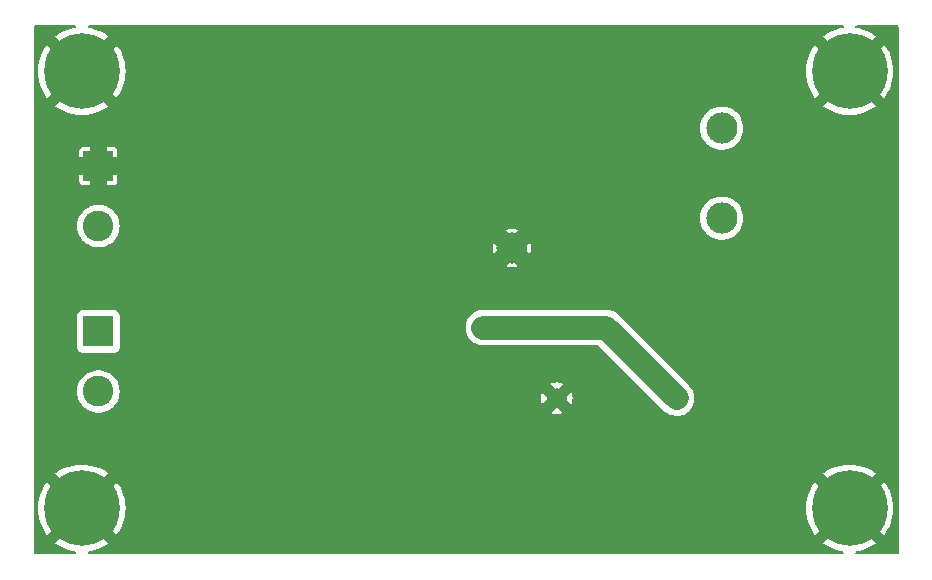
<source format=gbr>
%TF.GenerationSoftware,KiCad,Pcbnew,8.0.4*%
%TF.CreationDate,2025-06-09T12:47:20-04:00*%
%TF.ProjectId,car-battery-reverse-polarity-protection,6361722d-6261-4747-9465-72792d726576,rev?*%
%TF.SameCoordinates,Original*%
%TF.FileFunction,Copper,L2,Bot*%
%TF.FilePolarity,Positive*%
%FSLAX46Y46*%
G04 Gerber Fmt 4.6, Leading zero omitted, Abs format (unit mm)*
G04 Created by KiCad (PCBNEW 8.0.4) date 2025-06-09 12:47:20*
%MOMM*%
%LPD*%
G01*
G04 APERTURE LIST*
%TA.AperFunction,ComponentPad*%
%ADD10C,6.400000*%
%TD*%
%TA.AperFunction,ComponentPad*%
%ADD11C,2.641600*%
%TD*%
%TA.AperFunction,ComponentPad*%
%ADD12C,1.676400*%
%TD*%
%TA.AperFunction,ComponentPad*%
%ADD13R,2.600000X2.600000*%
%TD*%
%TA.AperFunction,ComponentPad*%
%ADD14C,2.600000*%
%TD*%
%TA.AperFunction,ViaPad*%
%ADD15C,1.000000*%
%TD*%
%TA.AperFunction,Conductor*%
%ADD16C,2.000000*%
%TD*%
G04 APERTURE END LIST*
D10*
%TO.P,H5,1,1*%
%TO.N,GND*%
X104000000Y-106300000D03*
%TD*%
D11*
%TO.P,K1,13*%
%TO.N,GND*%
X140398800Y-84274200D03*
%TO.P,K1,14*%
%TO.N,/relay_load_terminal*%
X158178800Y-81734200D03*
D12*
%TO.P,K1,A1*%
%TO.N,/relay_coil*%
X154368800Y-96974200D03*
%TO.P,K1,A2*%
%TO.N,GND*%
X144208800Y-96974200D03*
D11*
%TO.P,K1,NC*%
%TO.N,N/C*%
X158178800Y-74114200D03*
%TD*%
D10*
%TO.P,H1,1,1*%
%TO.N,GND*%
X169000000Y-69300000D03*
%TD*%
D13*
%TO.P,J1,1,Pin_1*%
%TO.N,GND*%
X105400000Y-77320000D03*
D14*
%TO.P,J1,2,Pin_2*%
%TO.N,+BATT*%
X105400000Y-82400000D03*
%TD*%
D10*
%TO.P,H2,1,1*%
%TO.N,GND*%
X169000000Y-106300000D03*
%TD*%
D14*
%TO.P,J2,2,Pin_2*%
%TO.N,/relay_load_terminal*%
X105400000Y-96400000D03*
D13*
%TO.P,J2,1,Pin_1*%
%TO.N,+BATT*%
X105400000Y-91320000D03*
%TD*%
D10*
%TO.P,H3,1,1*%
%TO.N,GND*%
X104000000Y-69300000D03*
%TD*%
D15*
%TO.N,GND*%
X168900000Y-88900000D03*
X158300000Y-69500000D03*
X111700000Y-69500000D03*
X102200000Y-77600000D03*
X123000000Y-88000000D03*
X108500000Y-77500000D03*
X105300000Y-74400000D03*
%TO.N,/relay_coil*%
X138000000Y-91000000D03*
%TD*%
D16*
%TO.N,/relay_coil*%
X148394600Y-91000000D02*
X154368800Y-96974200D01*
X138000000Y-91000000D02*
X148394600Y-91000000D01*
%TD*%
%TA.AperFunction,Conductor*%
%TO.N,GND*%
G36*
X103459868Y-65420185D02*
G01*
X103505623Y-65472989D01*
X103515567Y-65542147D01*
X103486542Y-65605703D01*
X103427764Y-65643477D01*
X103412227Y-65646973D01*
X103229676Y-65675886D01*
X103229669Y-65675887D01*
X102855063Y-65776262D01*
X102493005Y-65915244D01*
X102147456Y-66091310D01*
X101822218Y-66302523D01*
X101760005Y-66352899D01*
X103278835Y-67871728D01*
X103161417Y-67931557D01*
X102957670Y-68079588D01*
X102779588Y-68257670D01*
X102631557Y-68461417D01*
X102571729Y-68578835D01*
X101052899Y-67060005D01*
X101002523Y-67122218D01*
X100791310Y-67447456D01*
X100615244Y-67793005D01*
X100476262Y-68155063D01*
X100375887Y-68529669D01*
X100375886Y-68529676D01*
X100315219Y-68912712D01*
X100294922Y-69299999D01*
X100294922Y-69300000D01*
X100315219Y-69687287D01*
X100375886Y-70070323D01*
X100375887Y-70070330D01*
X100476262Y-70444936D01*
X100615244Y-70806994D01*
X100791310Y-71152543D01*
X101002531Y-71477793D01*
X101052898Y-71539992D01*
X101052900Y-71539993D01*
X102571728Y-70021164D01*
X102631557Y-70138583D01*
X102779588Y-70342330D01*
X102957670Y-70520412D01*
X103161417Y-70668443D01*
X103278835Y-70728270D01*
X101760006Y-72247099D01*
X101760006Y-72247100D01*
X101822206Y-72297468D01*
X102147456Y-72508689D01*
X102493005Y-72684755D01*
X102855063Y-72823737D01*
X103229669Y-72924112D01*
X103229676Y-72924113D01*
X103612712Y-72984780D01*
X103999999Y-73005078D01*
X104000001Y-73005078D01*
X104387287Y-72984780D01*
X104770323Y-72924113D01*
X104770330Y-72924112D01*
X105144936Y-72823737D01*
X105506994Y-72684755D01*
X105852543Y-72508689D01*
X106177783Y-72297476D01*
X106177785Y-72297475D01*
X106239992Y-72247099D01*
X104721164Y-70728271D01*
X104838583Y-70668443D01*
X105042330Y-70520412D01*
X105220412Y-70342330D01*
X105368443Y-70138583D01*
X105428271Y-70021164D01*
X106947099Y-71539992D01*
X106997475Y-71477785D01*
X106997476Y-71477783D01*
X107208689Y-71152543D01*
X107384755Y-70806994D01*
X107523737Y-70444936D01*
X107624112Y-70070330D01*
X107624113Y-70070323D01*
X107684780Y-69687287D01*
X107705078Y-69300000D01*
X107705078Y-69299999D01*
X107684780Y-68912712D01*
X107624113Y-68529676D01*
X107624112Y-68529669D01*
X107523737Y-68155063D01*
X107384755Y-67793005D01*
X107208689Y-67447456D01*
X106997468Y-67122206D01*
X106947100Y-67060006D01*
X106947099Y-67060006D01*
X105428270Y-68578834D01*
X105368443Y-68461417D01*
X105220412Y-68257670D01*
X105042330Y-68079588D01*
X104838583Y-67931557D01*
X104721164Y-67871729D01*
X106239993Y-66352900D01*
X106239992Y-66352898D01*
X106177793Y-66302531D01*
X105852543Y-66091310D01*
X105506994Y-65915244D01*
X105144936Y-65776262D01*
X104770330Y-65675887D01*
X104770323Y-65675886D01*
X104587773Y-65646973D01*
X104524638Y-65617044D01*
X104487707Y-65557732D01*
X104488705Y-65487870D01*
X104527315Y-65429637D01*
X104591278Y-65401523D01*
X104607171Y-65400500D01*
X168392829Y-65400500D01*
X168459868Y-65420185D01*
X168505623Y-65472989D01*
X168515567Y-65542147D01*
X168486542Y-65605703D01*
X168427764Y-65643477D01*
X168412227Y-65646973D01*
X168229676Y-65675886D01*
X168229669Y-65675887D01*
X167855063Y-65776262D01*
X167493005Y-65915244D01*
X167147456Y-66091310D01*
X166822218Y-66302523D01*
X166760005Y-66352899D01*
X168278835Y-67871728D01*
X168161417Y-67931557D01*
X167957670Y-68079588D01*
X167779588Y-68257670D01*
X167631557Y-68461417D01*
X167571729Y-68578835D01*
X166052899Y-67060005D01*
X166002523Y-67122218D01*
X165791310Y-67447456D01*
X165615244Y-67793005D01*
X165476262Y-68155063D01*
X165375887Y-68529669D01*
X165375886Y-68529676D01*
X165315219Y-68912712D01*
X165294922Y-69299999D01*
X165294922Y-69300000D01*
X165315219Y-69687287D01*
X165375886Y-70070323D01*
X165375887Y-70070330D01*
X165476262Y-70444936D01*
X165615244Y-70806994D01*
X165791310Y-71152543D01*
X166002531Y-71477793D01*
X166052898Y-71539992D01*
X166052900Y-71539993D01*
X167571728Y-70021164D01*
X167631557Y-70138583D01*
X167779588Y-70342330D01*
X167957670Y-70520412D01*
X168161417Y-70668443D01*
X168278835Y-70728270D01*
X166760006Y-72247099D01*
X166760006Y-72247100D01*
X166822206Y-72297468D01*
X167147456Y-72508689D01*
X167493005Y-72684755D01*
X167855063Y-72823737D01*
X168229669Y-72924112D01*
X168229676Y-72924113D01*
X168612712Y-72984780D01*
X168999999Y-73005078D01*
X169000001Y-73005078D01*
X169387287Y-72984780D01*
X169770323Y-72924113D01*
X169770330Y-72924112D01*
X170144936Y-72823737D01*
X170506994Y-72684755D01*
X170852543Y-72508689D01*
X171177783Y-72297476D01*
X171177785Y-72297475D01*
X171239992Y-72247099D01*
X169721164Y-70728271D01*
X169838583Y-70668443D01*
X170042330Y-70520412D01*
X170220412Y-70342330D01*
X170368443Y-70138583D01*
X170428271Y-70021164D01*
X171947099Y-71539992D01*
X171997475Y-71477785D01*
X171997476Y-71477783D01*
X172208689Y-71152543D01*
X172384755Y-70806994D01*
X172523737Y-70444936D01*
X172624112Y-70070330D01*
X172624113Y-70070323D01*
X172684780Y-69687287D01*
X172705078Y-69300000D01*
X172705078Y-69299999D01*
X172684780Y-68912712D01*
X172624113Y-68529676D01*
X172624112Y-68529669D01*
X172523737Y-68155063D01*
X172384755Y-67793005D01*
X172208689Y-67447456D01*
X171997468Y-67122206D01*
X171947100Y-67060006D01*
X171947099Y-67060006D01*
X170428270Y-68578834D01*
X170368443Y-68461417D01*
X170220412Y-68257670D01*
X170042330Y-68079588D01*
X169838583Y-67931557D01*
X169721164Y-67871729D01*
X171239993Y-66352900D01*
X171239992Y-66352898D01*
X171177793Y-66302531D01*
X170852543Y-66091310D01*
X170506994Y-65915244D01*
X170144936Y-65776262D01*
X169770330Y-65675887D01*
X169770323Y-65675886D01*
X169587773Y-65646973D01*
X169524638Y-65617044D01*
X169487707Y-65557732D01*
X169488705Y-65487870D01*
X169527315Y-65429637D01*
X169591278Y-65401523D01*
X169607171Y-65400500D01*
X173025500Y-65400500D01*
X173092539Y-65420185D01*
X173138294Y-65472989D01*
X173149500Y-65524500D01*
X173149500Y-110075500D01*
X173129815Y-110142539D01*
X173077011Y-110188294D01*
X173025500Y-110199500D01*
X169607171Y-110199500D01*
X169540132Y-110179815D01*
X169494377Y-110127011D01*
X169484433Y-110057853D01*
X169513458Y-109994297D01*
X169572236Y-109956523D01*
X169587773Y-109953027D01*
X169770323Y-109924113D01*
X169770330Y-109924112D01*
X170144936Y-109823737D01*
X170506994Y-109684755D01*
X170852543Y-109508689D01*
X171177783Y-109297476D01*
X171177785Y-109297475D01*
X171239992Y-109247099D01*
X169721164Y-107728271D01*
X169838583Y-107668443D01*
X170042330Y-107520412D01*
X170220412Y-107342330D01*
X170368443Y-107138583D01*
X170428271Y-107021164D01*
X171947099Y-108539992D01*
X171997475Y-108477785D01*
X171997476Y-108477783D01*
X172208689Y-108152543D01*
X172384755Y-107806994D01*
X172523737Y-107444936D01*
X172624112Y-107070330D01*
X172624113Y-107070323D01*
X172684780Y-106687287D01*
X172705078Y-106300000D01*
X172705078Y-106299999D01*
X172684780Y-105912712D01*
X172624113Y-105529676D01*
X172624112Y-105529669D01*
X172523737Y-105155063D01*
X172384755Y-104793005D01*
X172208689Y-104447456D01*
X171997468Y-104122206D01*
X171947100Y-104060006D01*
X171947099Y-104060006D01*
X170428270Y-105578834D01*
X170368443Y-105461417D01*
X170220412Y-105257670D01*
X170042330Y-105079588D01*
X169838583Y-104931557D01*
X169721164Y-104871729D01*
X171239993Y-103352900D01*
X171239992Y-103352898D01*
X171177793Y-103302531D01*
X170852543Y-103091310D01*
X170506994Y-102915244D01*
X170144936Y-102776262D01*
X169770330Y-102675887D01*
X169770323Y-102675886D01*
X169387287Y-102615219D01*
X169000001Y-102594922D01*
X168999999Y-102594922D01*
X168612712Y-102615219D01*
X168229676Y-102675886D01*
X168229669Y-102675887D01*
X167855063Y-102776262D01*
X167493005Y-102915244D01*
X167147456Y-103091310D01*
X166822218Y-103302523D01*
X166760005Y-103352899D01*
X168278835Y-104871728D01*
X168161417Y-104931557D01*
X167957670Y-105079588D01*
X167779588Y-105257670D01*
X167631557Y-105461417D01*
X167571729Y-105578835D01*
X166052899Y-104060005D01*
X166002523Y-104122218D01*
X165791310Y-104447456D01*
X165615244Y-104793005D01*
X165476262Y-105155063D01*
X165375887Y-105529669D01*
X165375886Y-105529676D01*
X165315219Y-105912712D01*
X165294922Y-106299999D01*
X165294922Y-106300000D01*
X165315219Y-106687287D01*
X165375886Y-107070323D01*
X165375887Y-107070330D01*
X165476262Y-107444936D01*
X165615244Y-107806994D01*
X165791310Y-108152543D01*
X166002531Y-108477793D01*
X166052898Y-108539992D01*
X166052900Y-108539993D01*
X167571728Y-107021164D01*
X167631557Y-107138583D01*
X167779588Y-107342330D01*
X167957670Y-107520412D01*
X168161417Y-107668443D01*
X168278835Y-107728270D01*
X166760006Y-109247099D01*
X166760006Y-109247100D01*
X166822206Y-109297468D01*
X167147456Y-109508689D01*
X167493005Y-109684755D01*
X167855063Y-109823737D01*
X168229669Y-109924112D01*
X168229676Y-109924113D01*
X168412227Y-109953027D01*
X168475362Y-109982956D01*
X168512293Y-110042268D01*
X168511295Y-110112130D01*
X168472685Y-110170363D01*
X168408722Y-110198477D01*
X168392829Y-110199500D01*
X104607171Y-110199500D01*
X104540132Y-110179815D01*
X104494377Y-110127011D01*
X104484433Y-110057853D01*
X104513458Y-109994297D01*
X104572236Y-109956523D01*
X104587773Y-109953027D01*
X104770323Y-109924113D01*
X104770330Y-109924112D01*
X105144936Y-109823737D01*
X105506994Y-109684755D01*
X105852543Y-109508689D01*
X106177783Y-109297476D01*
X106177785Y-109297475D01*
X106239992Y-109247099D01*
X104721164Y-107728271D01*
X104838583Y-107668443D01*
X105042330Y-107520412D01*
X105220412Y-107342330D01*
X105368443Y-107138583D01*
X105428271Y-107021164D01*
X106947099Y-108539992D01*
X106997475Y-108477785D01*
X106997476Y-108477783D01*
X107208689Y-108152543D01*
X107384755Y-107806994D01*
X107523737Y-107444936D01*
X107624112Y-107070330D01*
X107624113Y-107070323D01*
X107684780Y-106687287D01*
X107705078Y-106300000D01*
X107705078Y-106299999D01*
X107684780Y-105912712D01*
X107624113Y-105529676D01*
X107624112Y-105529669D01*
X107523737Y-105155063D01*
X107384755Y-104793005D01*
X107208689Y-104447456D01*
X106997468Y-104122206D01*
X106947100Y-104060006D01*
X106947099Y-104060006D01*
X105428270Y-105578834D01*
X105368443Y-105461417D01*
X105220412Y-105257670D01*
X105042330Y-105079588D01*
X104838583Y-104931557D01*
X104721164Y-104871729D01*
X106239993Y-103352900D01*
X106239992Y-103352898D01*
X106177793Y-103302531D01*
X105852543Y-103091310D01*
X105506994Y-102915244D01*
X105144936Y-102776262D01*
X104770330Y-102675887D01*
X104770323Y-102675886D01*
X104387287Y-102615219D01*
X104000001Y-102594922D01*
X103999999Y-102594922D01*
X103612712Y-102615219D01*
X103229676Y-102675886D01*
X103229669Y-102675887D01*
X102855063Y-102776262D01*
X102493005Y-102915244D01*
X102147456Y-103091310D01*
X101822218Y-103302523D01*
X101760005Y-103352899D01*
X103278835Y-104871728D01*
X103161417Y-104931557D01*
X102957670Y-105079588D01*
X102779588Y-105257670D01*
X102631557Y-105461417D01*
X102571729Y-105578835D01*
X101052899Y-104060005D01*
X101002523Y-104122218D01*
X100791310Y-104447456D01*
X100615244Y-104793005D01*
X100476262Y-105155063D01*
X100375887Y-105529669D01*
X100375886Y-105529676D01*
X100315219Y-105912712D01*
X100294922Y-106299999D01*
X100294922Y-106300000D01*
X100315219Y-106687287D01*
X100375886Y-107070323D01*
X100375887Y-107070330D01*
X100476262Y-107444936D01*
X100615244Y-107806994D01*
X100791310Y-108152543D01*
X101002531Y-108477793D01*
X101052898Y-108539992D01*
X101052900Y-108539993D01*
X102571728Y-107021164D01*
X102631557Y-107138583D01*
X102779588Y-107342330D01*
X102957670Y-107520412D01*
X103161417Y-107668443D01*
X103278835Y-107728270D01*
X101760006Y-109247099D01*
X101760006Y-109247100D01*
X101822206Y-109297468D01*
X102147456Y-109508689D01*
X102493005Y-109684755D01*
X102855063Y-109823737D01*
X103229669Y-109924112D01*
X103229676Y-109924113D01*
X103412227Y-109953027D01*
X103475362Y-109982956D01*
X103512293Y-110042268D01*
X103511295Y-110112130D01*
X103472685Y-110170363D01*
X103408722Y-110198477D01*
X103392829Y-110199500D01*
X100074500Y-110199500D01*
X100007461Y-110179815D01*
X99961706Y-110127011D01*
X99950500Y-110075500D01*
X99950500Y-98206049D01*
X143684056Y-98206049D01*
X143749353Y-98236497D01*
X143749367Y-98236502D01*
X143975531Y-98297102D01*
X143975541Y-98297104D01*
X144208798Y-98317512D01*
X144208802Y-98317512D01*
X144442058Y-98297104D01*
X144442068Y-98297102D01*
X144668232Y-98236502D01*
X144668241Y-98236498D01*
X144733542Y-98206048D01*
X144208801Y-97681307D01*
X144208800Y-97681307D01*
X143684056Y-98206049D01*
X99950500Y-98206049D01*
X99950500Y-96399995D01*
X103594451Y-96399995D01*
X103594451Y-96400004D01*
X103614616Y-96669101D01*
X103666699Y-96897289D01*
X103674666Y-96932195D01*
X103773257Y-97183398D01*
X103908185Y-97417102D01*
X103989118Y-97518588D01*
X104076442Y-97628089D01*
X104219293Y-97760634D01*
X104274259Y-97811635D01*
X104497226Y-97963651D01*
X104740359Y-98080738D01*
X104998228Y-98160280D01*
X104998229Y-98160280D01*
X104998232Y-98160281D01*
X105265063Y-98200499D01*
X105265068Y-98200499D01*
X105265071Y-98200500D01*
X105265072Y-98200500D01*
X105534928Y-98200500D01*
X105534929Y-98200500D01*
X105534936Y-98200499D01*
X105801767Y-98160281D01*
X105801768Y-98160280D01*
X105801772Y-98160280D01*
X106059641Y-98080738D01*
X106302775Y-97963651D01*
X106525741Y-97811635D01*
X106723561Y-97628085D01*
X106891815Y-97417102D01*
X107026743Y-97183398D01*
X107108849Y-96974198D01*
X142865488Y-96974198D01*
X142865488Y-96974201D01*
X142885895Y-97207458D01*
X142885897Y-97207468D01*
X142946498Y-97433637D01*
X142976950Y-97498942D01*
X143501693Y-96974200D01*
X143501693Y-96974199D01*
X143424783Y-96897289D01*
X143624600Y-96897289D01*
X143624600Y-97051111D01*
X143664412Y-97199693D01*
X143741324Y-97332907D01*
X143850093Y-97441676D01*
X143983307Y-97518588D01*
X144131889Y-97558400D01*
X144285711Y-97558400D01*
X144434293Y-97518588D01*
X144567507Y-97441676D01*
X144676276Y-97332907D01*
X144753188Y-97199693D01*
X144793000Y-97051111D01*
X144793000Y-96974199D01*
X144915907Y-96974199D01*
X144915907Y-96974200D01*
X145440648Y-97498941D01*
X145471098Y-97433641D01*
X145471102Y-97433632D01*
X145531702Y-97207468D01*
X145531704Y-97207458D01*
X145552112Y-96974201D01*
X145552112Y-96974198D01*
X145531704Y-96740941D01*
X145531702Y-96740931D01*
X145471102Y-96514767D01*
X145471097Y-96514753D01*
X145440649Y-96449456D01*
X144915907Y-96974199D01*
X144793000Y-96974199D01*
X144793000Y-96897289D01*
X144753188Y-96748707D01*
X144676276Y-96615493D01*
X144567507Y-96506724D01*
X144434293Y-96429812D01*
X144285711Y-96390000D01*
X144131889Y-96390000D01*
X143983307Y-96429812D01*
X143850093Y-96506724D01*
X143741324Y-96615493D01*
X143664412Y-96748707D01*
X143624600Y-96897289D01*
X143424783Y-96897289D01*
X142976950Y-96449456D01*
X142976949Y-96449457D01*
X142946499Y-96514759D01*
X142885897Y-96740931D01*
X142885895Y-96740941D01*
X142865488Y-96974198D01*
X107108849Y-96974198D01*
X107125334Y-96932195D01*
X107185383Y-96669103D01*
X107205549Y-96400000D01*
X107205414Y-96398203D01*
X107185383Y-96130898D01*
X107185383Y-96130897D01*
X107125334Y-95867805D01*
X107076096Y-95742350D01*
X143684056Y-95742350D01*
X144208800Y-96267093D01*
X144208801Y-96267093D01*
X144733542Y-95742350D01*
X144668237Y-95711898D01*
X144442068Y-95651297D01*
X144442058Y-95651295D01*
X144208802Y-95630888D01*
X144208798Y-95630888D01*
X143975541Y-95651295D01*
X143975531Y-95651297D01*
X143749359Y-95711899D01*
X143684057Y-95742349D01*
X143684056Y-95742350D01*
X107076096Y-95742350D01*
X107026743Y-95616602D01*
X106891815Y-95382898D01*
X106723561Y-95171915D01*
X106723560Y-95171914D01*
X106723557Y-95171910D01*
X106525741Y-94988365D01*
X106302775Y-94836349D01*
X106302769Y-94836346D01*
X106302768Y-94836345D01*
X106302767Y-94836344D01*
X106059643Y-94719263D01*
X106059645Y-94719263D01*
X105801773Y-94639720D01*
X105801767Y-94639718D01*
X105534936Y-94599500D01*
X105534929Y-94599500D01*
X105265071Y-94599500D01*
X105265063Y-94599500D01*
X104998232Y-94639718D01*
X104998226Y-94639720D01*
X104740358Y-94719262D01*
X104497230Y-94836346D01*
X104274258Y-94988365D01*
X104076442Y-95171910D01*
X103908185Y-95382898D01*
X103773258Y-95616599D01*
X103773256Y-95616603D01*
X103674666Y-95867804D01*
X103674664Y-95867811D01*
X103614616Y-96130898D01*
X103594451Y-96399995D01*
X99950500Y-96399995D01*
X99950500Y-89972135D01*
X103599500Y-89972135D01*
X103599500Y-92667870D01*
X103599501Y-92667876D01*
X103605908Y-92727483D01*
X103656202Y-92862328D01*
X103656206Y-92862335D01*
X103742452Y-92977544D01*
X103742455Y-92977547D01*
X103857664Y-93063793D01*
X103857671Y-93063797D01*
X103992517Y-93114091D01*
X103992516Y-93114091D01*
X103999444Y-93114835D01*
X104052127Y-93120500D01*
X106747872Y-93120499D01*
X106807483Y-93114091D01*
X106942331Y-93063796D01*
X107057546Y-92977546D01*
X107143796Y-92862331D01*
X107194091Y-92727483D01*
X107200500Y-92667873D01*
X107200499Y-90881902D01*
X136499500Y-90881902D01*
X136499500Y-91118097D01*
X136536446Y-91351368D01*
X136609433Y-91575996D01*
X136716657Y-91786433D01*
X136855483Y-91977510D01*
X137022490Y-92144517D01*
X137213567Y-92283343D01*
X137312991Y-92334002D01*
X137424003Y-92390566D01*
X137424005Y-92390566D01*
X137424008Y-92390568D01*
X137544412Y-92429689D01*
X137648631Y-92463553D01*
X137881903Y-92500500D01*
X137881908Y-92500500D01*
X147721711Y-92500500D01*
X147788750Y-92520185D01*
X147809392Y-92536819D01*
X153391291Y-98118719D01*
X153391296Y-98118723D01*
X153511490Y-98206048D01*
X153582367Y-98257543D01*
X153700063Y-98317512D01*
X153792803Y-98364766D01*
X153792805Y-98364766D01*
X153792808Y-98364768D01*
X153913212Y-98403889D01*
X154017431Y-98437753D01*
X154250703Y-98474700D01*
X154250708Y-98474700D01*
X154486897Y-98474700D01*
X154616490Y-98454173D01*
X154720169Y-98437753D01*
X154944792Y-98364768D01*
X155155234Y-98257543D01*
X155346310Y-98118718D01*
X155513318Y-97951710D01*
X155652143Y-97760634D01*
X155759368Y-97550192D01*
X155832353Y-97325569D01*
X155854870Y-97183400D01*
X155869300Y-97092297D01*
X155869300Y-96856102D01*
X155832353Y-96622831D01*
X155776020Y-96449457D01*
X155759368Y-96398208D01*
X155759366Y-96398205D01*
X155759366Y-96398203D01*
X155720466Y-96321859D01*
X155652143Y-96187767D01*
X155634406Y-96163355D01*
X155513323Y-95996696D01*
X155513319Y-95996691D01*
X149372112Y-89855485D01*
X149372111Y-89855484D01*
X149181034Y-89716657D01*
X148970596Y-89609433D01*
X148745968Y-89536446D01*
X148512697Y-89499500D01*
X148512692Y-89499500D01*
X137881908Y-89499500D01*
X137881903Y-89499500D01*
X137648631Y-89536446D01*
X137424003Y-89609433D01*
X137213566Y-89716657D01*
X137104550Y-89795862D01*
X137022490Y-89855483D01*
X137022488Y-89855485D01*
X137022487Y-89855485D01*
X136855485Y-90022487D01*
X136855485Y-90022488D01*
X136855483Y-90022490D01*
X136795862Y-90104550D01*
X136716657Y-90213566D01*
X136609433Y-90424003D01*
X136536446Y-90648631D01*
X136499500Y-90881902D01*
X107200499Y-90881902D01*
X107200499Y-89972128D01*
X107194091Y-89912517D01*
X107172819Y-89855485D01*
X107143797Y-89777671D01*
X107143793Y-89777664D01*
X107057547Y-89662455D01*
X107057544Y-89662452D01*
X106942335Y-89576206D01*
X106942328Y-89576202D01*
X106807482Y-89525908D01*
X106807483Y-89525908D01*
X106747883Y-89519501D01*
X106747881Y-89519500D01*
X106747873Y-89519500D01*
X106747864Y-89519500D01*
X104052129Y-89519500D01*
X104052123Y-89519501D01*
X103992516Y-89525908D01*
X103857671Y-89576202D01*
X103857664Y-89576206D01*
X103742455Y-89662452D01*
X103742452Y-89662455D01*
X103656206Y-89777664D01*
X103656202Y-89777671D01*
X103605908Y-89912517D01*
X103599501Y-89972116D01*
X103599501Y-89972123D01*
X103599500Y-89972135D01*
X99950500Y-89972135D01*
X99950500Y-84274200D01*
X138772988Y-84274200D01*
X138793003Y-84528529D01*
X138849302Y-84763035D01*
X138849303Y-84763035D01*
X139332000Y-84280339D01*
X139332000Y-84379271D01*
X139372996Y-84585374D01*
X139453414Y-84779519D01*
X139570162Y-84954245D01*
X139718755Y-85102838D01*
X139893481Y-85219586D01*
X140087626Y-85300004D01*
X140293729Y-85341000D01*
X140392660Y-85341000D01*
X139909963Y-85823694D01*
X139909963Y-85823695D01*
X140144472Y-85879996D01*
X140398800Y-85900011D01*
X140653127Y-85879996D01*
X140887635Y-85823695D01*
X140404941Y-85341000D01*
X140503871Y-85341000D01*
X140709974Y-85300004D01*
X140904119Y-85219586D01*
X141078845Y-85102838D01*
X141227438Y-84954245D01*
X141344186Y-84779519D01*
X141424604Y-84585374D01*
X141465600Y-84379271D01*
X141465600Y-84280340D01*
X141948295Y-84763035D01*
X142004596Y-84528527D01*
X142024611Y-84274200D01*
X142004596Y-84019872D01*
X141948295Y-83785363D01*
X141948294Y-83785363D01*
X141465600Y-84268058D01*
X141465600Y-84169129D01*
X141424604Y-83963026D01*
X141344186Y-83768881D01*
X141227438Y-83594155D01*
X141078845Y-83445562D01*
X140904119Y-83328814D01*
X140709974Y-83248396D01*
X140503871Y-83207400D01*
X140404941Y-83207400D01*
X140887635Y-82724703D01*
X140887635Y-82724702D01*
X140653129Y-82668403D01*
X140398800Y-82648388D01*
X140144470Y-82668403D01*
X139909963Y-82724702D01*
X139909963Y-82724703D01*
X140392660Y-83207400D01*
X140293729Y-83207400D01*
X140087626Y-83248396D01*
X139893481Y-83328814D01*
X139718755Y-83445562D01*
X139570162Y-83594155D01*
X139453414Y-83768881D01*
X139372996Y-83963026D01*
X139332000Y-84169129D01*
X139332000Y-84268060D01*
X138849303Y-83785363D01*
X138849302Y-83785363D01*
X138793003Y-84019870D01*
X138772988Y-84274200D01*
X99950500Y-84274200D01*
X99950500Y-82399995D01*
X103594451Y-82399995D01*
X103594451Y-82400004D01*
X103614616Y-82669101D01*
X103674664Y-82932188D01*
X103674666Y-82932195D01*
X103764914Y-83162142D01*
X103773257Y-83183398D01*
X103908185Y-83417102D01*
X104018554Y-83555500D01*
X104076442Y-83628089D01*
X104228181Y-83768881D01*
X104274259Y-83811635D01*
X104497226Y-83963651D01*
X104740359Y-84080738D01*
X104998228Y-84160280D01*
X104998229Y-84160280D01*
X104998232Y-84160281D01*
X105265063Y-84200499D01*
X105265068Y-84200499D01*
X105265071Y-84200500D01*
X105265072Y-84200500D01*
X105534928Y-84200500D01*
X105534929Y-84200500D01*
X105534936Y-84200499D01*
X105801767Y-84160281D01*
X105801768Y-84160280D01*
X105801772Y-84160280D01*
X106059641Y-84080738D01*
X106302775Y-83963651D01*
X106525741Y-83811635D01*
X106723561Y-83628085D01*
X106891815Y-83417102D01*
X107026743Y-83183398D01*
X107125334Y-82932195D01*
X107185383Y-82669103D01*
X107205549Y-82400000D01*
X107185383Y-82130897D01*
X107125334Y-81867805D01*
X107072895Y-81734195D01*
X156352393Y-81734195D01*
X156352393Y-81734204D01*
X156372790Y-82006402D01*
X156372791Y-82006407D01*
X156433531Y-82272529D01*
X156433537Y-82272548D01*
X156533264Y-82526648D01*
X156533263Y-82526648D01*
X156615106Y-82668403D01*
X156669752Y-82763052D01*
X156804634Y-82932188D01*
X156839952Y-82976476D01*
X157028850Y-83151746D01*
X157040054Y-83162142D01*
X157265597Y-83315915D01*
X157265602Y-83315917D01*
X157265603Y-83315918D01*
X157265604Y-83315919D01*
X157396223Y-83378821D01*
X157511535Y-83434352D01*
X157511536Y-83434352D01*
X157511539Y-83434354D01*
X157772386Y-83514815D01*
X158042312Y-83555500D01*
X158042313Y-83555500D01*
X158315287Y-83555500D01*
X158315288Y-83555500D01*
X158585214Y-83514815D01*
X158846061Y-83434354D01*
X159092004Y-83315915D01*
X159317546Y-83162142D01*
X159517651Y-82976472D01*
X159687848Y-82763052D01*
X159824336Y-82526648D01*
X159924065Y-82272543D01*
X159984808Y-82006412D01*
X159984809Y-82006402D01*
X160005207Y-81734204D01*
X160005207Y-81734195D01*
X159984809Y-81461997D01*
X159984808Y-81461992D01*
X159984808Y-81461988D01*
X159924065Y-81195857D01*
X159824336Y-80941752D01*
X159824335Y-80941751D01*
X159824336Y-80941751D01*
X159774377Y-80855221D01*
X159687848Y-80705348D01*
X159517651Y-80491928D01*
X159517650Y-80491927D01*
X159517647Y-80491923D01*
X159388724Y-80372301D01*
X159317546Y-80306258D01*
X159092004Y-80152485D01*
X159092003Y-80152484D01*
X159091996Y-80152480D01*
X158846063Y-80034047D01*
X158846065Y-80034047D01*
X158585222Y-79953587D01*
X158585218Y-79953586D01*
X158585214Y-79953585D01*
X158455373Y-79934014D01*
X158315293Y-79912900D01*
X158315288Y-79912900D01*
X158042312Y-79912900D01*
X158042306Y-79912900D01*
X157874208Y-79938237D01*
X157772386Y-79953585D01*
X157772383Y-79953586D01*
X157772377Y-79953587D01*
X157511535Y-80034047D01*
X157265604Y-80152480D01*
X157265603Y-80152481D01*
X157040053Y-80306258D01*
X156839952Y-80491923D01*
X156669752Y-80705348D01*
X156533264Y-80941751D01*
X156433537Y-81195851D01*
X156433531Y-81195870D01*
X156372791Y-81461992D01*
X156372790Y-81461997D01*
X156352393Y-81734195D01*
X107072895Y-81734195D01*
X107026743Y-81616602D01*
X106891815Y-81382898D01*
X106723561Y-81171915D01*
X106723560Y-81171914D01*
X106723557Y-81171910D01*
X106525741Y-80988365D01*
X106457371Y-80941751D01*
X106302775Y-80836349D01*
X106302769Y-80836346D01*
X106302768Y-80836345D01*
X106302767Y-80836344D01*
X106059643Y-80719263D01*
X106059645Y-80719263D01*
X105801773Y-80639720D01*
X105801767Y-80639718D01*
X105534936Y-80599500D01*
X105534929Y-80599500D01*
X105265071Y-80599500D01*
X105265063Y-80599500D01*
X104998232Y-80639718D01*
X104998226Y-80639720D01*
X104740358Y-80719262D01*
X104497230Y-80836346D01*
X104274258Y-80988365D01*
X104076442Y-81171910D01*
X103908185Y-81382898D01*
X103773258Y-81616599D01*
X103773256Y-81616603D01*
X103674666Y-81867804D01*
X103674664Y-81867811D01*
X103614616Y-82130898D01*
X103594451Y-82399995D01*
X99950500Y-82399995D01*
X99950500Y-78664785D01*
X103800001Y-78664785D01*
X103800002Y-78664808D01*
X103802908Y-78689869D01*
X103802909Y-78689873D01*
X103848211Y-78792474D01*
X103848214Y-78792479D01*
X103927520Y-78871785D01*
X103927525Y-78871788D01*
X104030123Y-78917089D01*
X104055206Y-78919999D01*
X104649999Y-78919999D01*
X106150000Y-78919999D01*
X106744786Y-78919999D01*
X106744808Y-78919997D01*
X106769869Y-78917091D01*
X106769873Y-78917090D01*
X106872474Y-78871788D01*
X106872479Y-78871785D01*
X106951785Y-78792479D01*
X106951788Y-78792474D01*
X106997089Y-78689877D01*
X106997089Y-78689875D01*
X106999999Y-78664794D01*
X107000000Y-78664791D01*
X107000000Y-78070000D01*
X106150000Y-78070000D01*
X106150000Y-78919999D01*
X104649999Y-78919999D01*
X104650000Y-78919998D01*
X104650000Y-78070000D01*
X103800001Y-78070000D01*
X103800001Y-78664785D01*
X99950500Y-78664785D01*
X99950500Y-77255981D01*
X104750000Y-77255981D01*
X104750000Y-77384019D01*
X104774979Y-77509598D01*
X104823978Y-77627890D01*
X104895112Y-77734351D01*
X104985649Y-77824888D01*
X105092110Y-77896022D01*
X105210402Y-77945021D01*
X105335981Y-77970000D01*
X105464019Y-77970000D01*
X105589598Y-77945021D01*
X105707890Y-77896022D01*
X105814351Y-77824888D01*
X105904888Y-77734351D01*
X105976022Y-77627890D01*
X106025021Y-77509598D01*
X106050000Y-77384019D01*
X106050000Y-77255981D01*
X106025021Y-77130402D01*
X105976022Y-77012110D01*
X105904888Y-76905649D01*
X105814351Y-76815112D01*
X105707890Y-76743978D01*
X105589598Y-76694979D01*
X105464019Y-76670000D01*
X105335981Y-76670000D01*
X105210402Y-76694979D01*
X105092110Y-76743978D01*
X104985649Y-76815112D01*
X104895112Y-76905649D01*
X104823978Y-77012110D01*
X104774979Y-77130402D01*
X104750000Y-77255981D01*
X99950500Y-77255981D01*
X99950500Y-75975205D01*
X103800000Y-75975205D01*
X103800000Y-76570000D01*
X104650000Y-76570000D01*
X106150000Y-76570000D01*
X106999999Y-76570000D01*
X106999999Y-75975214D01*
X106999997Y-75975191D01*
X106997091Y-75950130D01*
X106997090Y-75950126D01*
X106951788Y-75847525D01*
X106951785Y-75847520D01*
X106872479Y-75768214D01*
X106872474Y-75768211D01*
X106769876Y-75722910D01*
X106744794Y-75720000D01*
X106150000Y-75720000D01*
X106150000Y-76570000D01*
X104650000Y-76570000D01*
X104650000Y-75720000D01*
X104055214Y-75720000D01*
X104055191Y-75720002D01*
X104030130Y-75722908D01*
X104030126Y-75722909D01*
X103927525Y-75768211D01*
X103927520Y-75768214D01*
X103848214Y-75847520D01*
X103848211Y-75847525D01*
X103802910Y-75950122D01*
X103802910Y-75950124D01*
X103800000Y-75975205D01*
X99950500Y-75975205D01*
X99950500Y-74114195D01*
X156352393Y-74114195D01*
X156352393Y-74114204D01*
X156372790Y-74386402D01*
X156372791Y-74386407D01*
X156433531Y-74652529D01*
X156433537Y-74652548D01*
X156533264Y-74906648D01*
X156533263Y-74906648D01*
X156619793Y-75056521D01*
X156669752Y-75143052D01*
X156807218Y-75315428D01*
X156839952Y-75356476D01*
X157028850Y-75531746D01*
X157040054Y-75542142D01*
X157265597Y-75695915D01*
X157265602Y-75695917D01*
X157265603Y-75695918D01*
X157265604Y-75695919D01*
X157396223Y-75758821D01*
X157511535Y-75814352D01*
X157511536Y-75814352D01*
X157511539Y-75814354D01*
X157772386Y-75894815D01*
X158042312Y-75935500D01*
X158042313Y-75935500D01*
X158315287Y-75935500D01*
X158315288Y-75935500D01*
X158585214Y-75894815D01*
X158846061Y-75814354D01*
X159092004Y-75695915D01*
X159317546Y-75542142D01*
X159517651Y-75356472D01*
X159687848Y-75143052D01*
X159824336Y-74906648D01*
X159924065Y-74652543D01*
X159984808Y-74386412D01*
X160005207Y-74114200D01*
X159984808Y-73841988D01*
X159924065Y-73575857D01*
X159824336Y-73321752D01*
X159824335Y-73321751D01*
X159824336Y-73321751D01*
X159774377Y-73235221D01*
X159687848Y-73085348D01*
X159517651Y-72871928D01*
X159517650Y-72871927D01*
X159517647Y-72871923D01*
X159388724Y-72752301D01*
X159317546Y-72686258D01*
X159092004Y-72532485D01*
X159092003Y-72532484D01*
X159091996Y-72532480D01*
X158846063Y-72414047D01*
X158846065Y-72414047D01*
X158585222Y-72333587D01*
X158585218Y-72333586D01*
X158585214Y-72333585D01*
X158455373Y-72314014D01*
X158315293Y-72292900D01*
X158315288Y-72292900D01*
X158042312Y-72292900D01*
X158042306Y-72292900D01*
X157874208Y-72318237D01*
X157772386Y-72333585D01*
X157772383Y-72333586D01*
X157772377Y-72333587D01*
X157511535Y-72414047D01*
X157265604Y-72532480D01*
X157265603Y-72532481D01*
X157040053Y-72686258D01*
X156839952Y-72871923D01*
X156669752Y-73085348D01*
X156533264Y-73321751D01*
X156433537Y-73575851D01*
X156433531Y-73575870D01*
X156372791Y-73841992D01*
X156372790Y-73841997D01*
X156352393Y-74114195D01*
X99950500Y-74114195D01*
X99950500Y-65524500D01*
X99970185Y-65457461D01*
X100022989Y-65411706D01*
X100074500Y-65400500D01*
X103392829Y-65400500D01*
X103459868Y-65420185D01*
G37*
%TD.AperFunction*%
%TD*%
M02*

</source>
